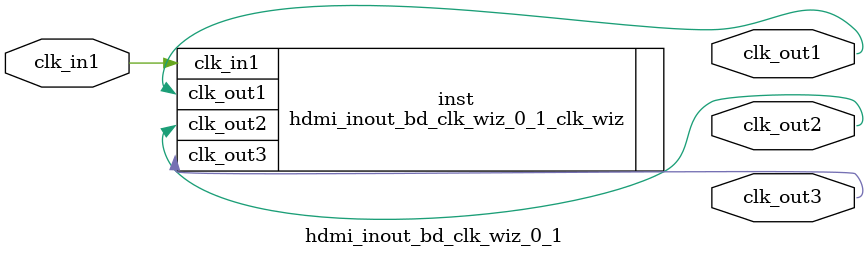
<source format=v>


`timescale 1ps/1ps

(* CORE_GENERATION_INFO = "hdmi_inout_bd_clk_wiz_0_1,clk_wiz_v6_0_3_0_0,{component_name=hdmi_inout_bd_clk_wiz_0_1,use_phase_alignment=true,use_min_o_jitter=false,use_max_i_jitter=false,use_dyn_phase_shift=false,use_inclk_switchover=false,use_dyn_reconfig=false,enable_axi=0,feedback_source=FDBK_AUTO,PRIMITIVE=MMCM,num_out_clk=3,clkin1_period=8.000,clkin2_period=10.000,use_power_down=false,use_reset=false,use_locked=false,use_inclk_stopped=false,feedback_type=SINGLE,CLOCK_MGR_TYPE=NA,manual_override=false}" *)

module hdmi_inout_bd_clk_wiz_0_1 
 (
  // Clock out ports
  output        clk_out1,
  output        clk_out2,
  output        clk_out3,
 // Clock in ports
  input         clk_in1
 );

  hdmi_inout_bd_clk_wiz_0_1_clk_wiz inst
  (
  // Clock out ports  
  .clk_out1(clk_out1),
  .clk_out2(clk_out2),
  .clk_out3(clk_out3),
 // Clock in ports
  .clk_in1(clk_in1)
  );

endmodule

</source>
